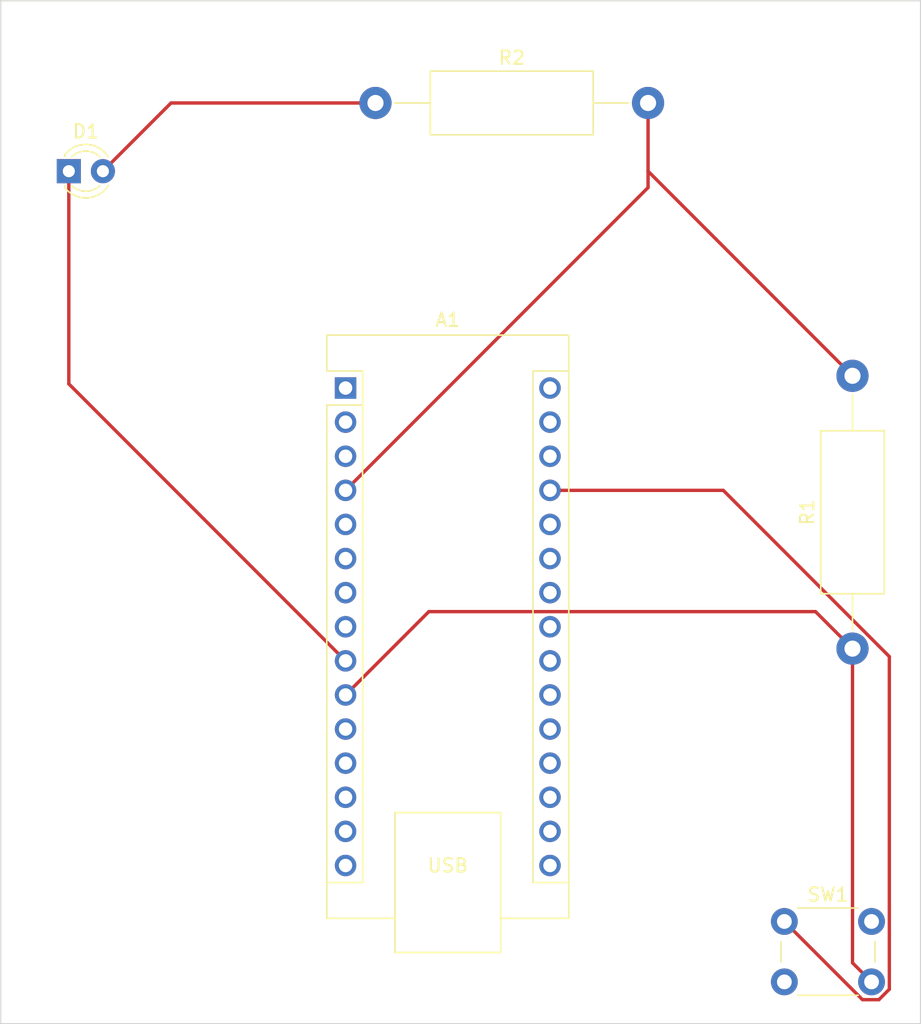
<source format=kicad_pcb>
(kicad_pcb (version 20221018) (generator pcbnew)
  (layers (0 "F.Cu" signal) (31 "B.Cu" signal) (34 "B.Paste" user) (35 "F.Paste" user) (36 "B.SilkS" user "B.Silkscreen") (37 "F.SilkS" user "F.Silkscreen") (38 "B.Mask" user) (39 "F.Mask" user) (44 "Edge.Cuts" user))
  (net 0 "")
  (net 4 "Net-(A1-GND-Pad4)")
  (net 9 "Net-(A1-D6)")
  (net 10 "Net-(A1-D7)")
  (net 27 "Net-(A1-+5V)")
  (net 31 "Net-(D1-A)")
  (footprint "Button_Switch_THT:SW_PUSH_6mm_H13mm" (layer "F.Cu") (at 160.02 96.52)
    (fp_text reference "SW1" (at 3.25 -2) (layer "F.SilkS"))
    (fp_text value "SW_Push")
    (fp_line (start -0.25 1.5) (end -0.25 3) (stroke (width 0.12)) (layer "F.SilkS"))
    (fp_line (start 1 5.5) (end 5.5 5.5) (stroke (width 0.12)) (layer "F.SilkS"))
    (fp_line (start 5.5 -1) (end 1 -1) (stroke (width 0.12)) (layer "F.SilkS"))
    (fp_line (start 6.75 3) (end 6.75 1.5) (stroke (width 0.12)) (layer "F.SilkS"))
    (pad "1" thru_hole circle (at 0 0 90) (size 2 2) (drill 1.1) (layers "*.Cu" "*.Mask") (net 27 "Net-(A1-+5V)"))
    (pad "1" thru_hole circle (at 6.5 0 90) (size 2 2) (drill 1.1) (layers "*.Cu" "*.Mask") (net 27 "Net-(A1-+5V)"))
    (pad "2" thru_hole circle (at 0 4.5 90) (size 2 2) (drill 1.1) (layers "*.Cu" "*.Mask") (net 10 "Net-(A1-D7)"))
    (pad "2" thru_hole circle (at 6.5 4.5 90) (size 2 2) (drill 1.1) (layers "*.Cu" "*.Mask") (net 10 "Net-(A1-D7)"))
  )
  (footprint "Resistor_THT:R_Axial_DIN0414_L11.9mm_D4.5mm_P20.32mm_Horizontal" (layer "F.Cu") (at 165.1 76.2 90)
    (fp_text reference "R1" (at 10.16 -3.37 90) (layer "F.SilkS"))
    (fp_text value "10k Ohms")
    (fp_line (start 1.44 0) (end 4.09 0) (stroke (width 0.12)) (layer "F.SilkS"))
    (fp_line (start 4.09 -2.37) (end 4.09 2.37) (stroke (width 0.12)) (layer "F.SilkS"))
    (fp_line (start 4.09 2.37) (end 16.23 2.37) (stroke (width 0.12)) (layer "F.SilkS"))
    (fp_line (start 16.23 -2.37) (end 4.09 -2.37) (stroke (width 0.12)) (layer "F.SilkS"))
    (fp_line (start 16.23 2.37) (end 16.23 -2.37) (stroke (width 0.12)) (layer "F.SilkS"))
    (fp_line (start 18.88 0) (end 16.23 0) (stroke (width 0.12)) (layer "F.SilkS"))
    (pad "1" thru_hole circle (at 0 0 90) (size 2.4 2.4) (drill 1.2) (layers "*.Cu" "*.Mask") (net 10 "Net-(A1-D7)"))
    (pad "2" thru_hole oval (at 20.32 0 90) (size 2.4 2.4) (drill 1.2) (layers "*.Cu" "*.Mask") (net 4 "Net-(A1-GND-Pad4)"))
  )
  (footprint "LED_THT:LED_D3.0mm_Clear" (layer "F.Cu") (at 106.68 40.64)
    (fp_text reference "D1" (at 1.27 -2.96) (layer "F.SilkS"))
    (fp_text value "LED")
    (fp_line (start -0.29 -1.236) (end -0.29 -1.08) (stroke (width 0.12)) (layer "F.SilkS"))
    (fp_line (start -0.29 1.08) (end -0.29 1.236) (stroke (width 0.12)) (layer "F.SilkS"))
    (fp_arc (start -0.29 -1.235516) (mid 1.366487 -1.987659) (end 2.942335 -1.078608) (stroke (width 0.12)) (layer "F.SilkS"))
    (fp_arc (start 0.229039 -1.08) (mid 1.270117 -1.5) (end 2.31113 -1.079837) (stroke (width 0.12)) (layer "F.SilkS"))
    (fp_arc (start 2.31113 1.079837) (mid 1.270117 1.5) (end 0.229039 1.08) (stroke (width 0.12)) (layer "F.SilkS"))
    (fp_arc (start 2.942335 1.078608) (mid 1.366487 1.987659) (end -0.29 1.235516) (stroke (width 0.12)) (layer "F.SilkS"))
    (pad "1" thru_hole rect (at 0 0) (size 1.8 1.8) (drill 0.9) (layers "*.Cu" "*.Mask") (net 9 "Net-(A1-D6)"))
    (pad "2" thru_hole circle (at 2.54 0) (size 1.8 1.8) (drill 0.9) (layers "*.Cu" "*.Mask") (net 31 "Net-(D1-A)"))
  )
  (footprint "Module:Arduino_Nano" (layer "F.Cu") (at 127.31 56.79)
    (fp_text reference "A1" (at 7.62 -5.08) (layer "F.SilkS"))
    (fp_text value "Arduino_Nano_v2.x")
    (fp_text user "USB" (at 7.62 35.56 unlocked) (layer "F.SilkS"))
    (fp_line (start -1.4 -3.94) (end -1.4 -1.27) (stroke (width 0.12)) (layer "F.SilkS"))
    (fp_line (start -1.4 1.27) (end -1.4 39.5) (stroke (width 0.12)) (layer "F.SilkS"))
    (fp_line (start -1.4 39.5) (end 3.68 39.5) (stroke (width 0.12)) (layer "F.SilkS"))
    (fp_line (start 1.27 -1.27) (end -1.4 -1.27) (stroke (width 0.12)) (layer "F.SilkS"))
    (fp_line (start 1.27 1.27) (end -1.4 1.27) (stroke (width 0.12)) (layer "F.SilkS"))
    (fp_line (start 1.27 1.27) (end 1.27 -1.27) (stroke (width 0.12)) (layer "F.SilkS"))
    (fp_line (start 1.27 1.27) (end 1.27 36.83) (stroke (width 0.12)) (layer "F.SilkS"))
    (fp_line (start 1.27 36.83) (end -1.4 36.83) (stroke (width 0.12)) (layer "F.SilkS"))
    (fp_line (start 3.68 31.62) (end 11.56 31.62) (stroke (width 0.12)) (layer "F.SilkS"))
    (fp_line (start 3.68 42.04) (end 3.68 31.62) (stroke (width 0.12)) (layer "F.SilkS"))
    (fp_line (start 11.56 31.62) (end 11.56 42.04) (stroke (width 0.12)) (layer "F.SilkS"))
    (fp_line (start 11.56 42.04) (end 3.68 42.04) (stroke (width 0.12)) (layer "F.SilkS"))
    (fp_line (start 13.97 -1.27) (end 13.97 36.83) (stroke (width 0.12)) (layer "F.SilkS"))
    (fp_line (start 13.97 -1.27) (end 16.64 -1.27) (stroke (width 0.12)) (layer "F.SilkS"))
    (fp_line (start 13.97 36.83) (end 16.64 36.83) (stroke (width 0.12)) (layer "F.SilkS"))
    (fp_line (start 16.64 -3.94) (end -1.4 -3.94) (stroke (width 0.12)) (layer "F.SilkS"))
    (fp_line (start 16.64 39.5) (end 11.56 39.5) (stroke (width 0.12)) (layer "F.SilkS"))
    (fp_line (start 16.64 39.5) (end 16.64 -3.94) (stroke (width 0.12)) (layer "F.SilkS"))
    (pad "1" thru_hole rect (at 0 0) (size 1.6 1.6) (drill 1) (layers "*.Cu" "*.Mask"))
    (pad "2" thru_hole oval (at 0 2.54) (size 1.6 1.6) (drill 1) (layers "*.Cu" "*.Mask"))
    (pad "3" thru_hole oval (at 0 5.08) (size 1.6 1.6) (drill 1) (layers "*.Cu" "*.Mask"))
    (pad "4" thru_hole oval (at 0 7.62) (size 1.6 1.6) (drill 1) (layers "*.Cu" "*.Mask") (net 4 "Net-(A1-GND-Pad4)"))
    (pad "5" thru_hole oval (at 0 10.16) (size 1.6 1.6) (drill 1) (layers "*.Cu" "*.Mask"))
    (pad "6" thru_hole oval (at 0 12.7) (size 1.6 1.6) (drill 1) (layers "*.Cu" "*.Mask"))
    (pad "7" thru_hole oval (at 0 15.24) (size 1.6 1.6) (drill 1) (layers "*.Cu" "*.Mask"))
    (pad "8" thru_hole oval (at 0 17.78) (size 1.6 1.6) (drill 1) (layers "*.Cu" "*.Mask"))
    (pad "9" thru_hole oval (at 0 20.32) (size 1.6 1.6) (drill 1) (layers "*.Cu" "*.Mask") (net 9 "Net-(A1-D6)"))
    (pad "10" thru_hole oval (at 0 22.86) (size 1.6 1.6) (drill 1) (layers "*.Cu" "*.Mask") (net 10 "Net-(A1-D7)"))
    (pad "11" thru_hole oval (at 0 25.4) (size 1.6 1.6) (drill 1) (layers "*.Cu" "*.Mask"))
    (pad "12" thru_hole oval (at 0 27.94) (size 1.6 1.6) (drill 1) (layers "*.Cu" "*.Mask"))
    (pad "13" thru_hole oval (at 0 30.48) (size 1.6 1.6) (drill 1) (layers "*.Cu" "*.Mask"))
    (pad "14" thru_hole oval (at 0 33.02) (size 1.6 1.6) (drill 1) (layers "*.Cu" "*.Mask"))
    (pad "15" thru_hole oval (at 0 35.56) (size 1.6 1.6) (drill 1) (layers "*.Cu" "*.Mask"))
    (pad "16" thru_hole oval (at 15.24 35.56) (size 1.6 1.6) (drill 1) (layers "*.Cu" "*.Mask"))
    (pad "17" thru_hole oval (at 15.24 33.02) (size 1.6 1.6) (drill 1) (layers "*.Cu" "*.Mask"))
    (pad "18" thru_hole oval (at 15.24 30.48) (size 1.6 1.6) (drill 1) (layers "*.Cu" "*.Mask"))
    (pad "19" thru_hole oval (at 15.24 27.94) (size 1.6 1.6) (drill 1) (layers "*.Cu" "*.Mask"))
    (pad "20" thru_hole oval (at 15.24 25.4) (size 1.6 1.6) (drill 1) (layers "*.Cu" "*.Mask"))
    (pad "21" thru_hole oval (at 15.24 22.86) (size 1.6 1.6) (drill 1) (layers "*.Cu" "*.Mask"))
    (pad "22" thru_hole oval (at 15.24 20.32) (size 1.6 1.6) (drill 1) (layers "*.Cu" "*.Mask"))
    (pad "23" thru_hole oval (at 15.24 17.78) (size 1.6 1.6) (drill 1) (layers "*.Cu" "*.Mask"))
    (pad "24" thru_hole oval (at 15.24 15.24) (size 1.6 1.6) (drill 1) (layers "*.Cu" "*.Mask"))
    (pad "25" thru_hole oval (at 15.24 12.7) (size 1.6 1.6) (drill 1) (layers "*.Cu" "*.Mask"))
    (pad "26" thru_hole oval (at 15.24 10.16) (size 1.6 1.6) (drill 1) (layers "*.Cu" "*.Mask"))
    (pad "27" thru_hole oval (at 15.24 7.62) (size 1.6 1.6) (drill 1) (layers "*.Cu" "*.Mask") (net 27 "Net-(A1-+5V)"))
    (pad "28" thru_hole oval (at 15.24 5.08) (size 1.6 1.6) (drill 1) (layers "*.Cu" "*.Mask"))
    (pad "29" thru_hole oval (at 15.24 2.54) (size 1.6 1.6) (drill 1) (layers "*.Cu" "*.Mask"))
    (pad "30" thru_hole oval (at 15.24 0) (size 1.6 1.6) (drill 1) (layers "*.Cu" "*.Mask"))
  )
  (footprint "Resistor_THT:R_Axial_DIN0414_L11.9mm_D4.5mm_P20.32mm_Horizontal" (layer "F.Cu") (at 129.54 35.56)
    (fp_text reference "R2" (at 10.16 -3.37) (layer "F.SilkS"))
    (fp_text value "330 Ohms")
    (fp_line (start 1.44 0) (end 4.09 0) (stroke (width 0.12)) (layer "F.SilkS"))
    (fp_line (start 4.09 -2.37) (end 4.09 2.37) (stroke (width 0.12)) (layer "F.SilkS"))
    (fp_line (start 4.09 2.37) (end 16.23 2.37) (stroke (width 0.12)) (layer "F.SilkS"))
    (fp_line (start 16.23 -2.37) (end 4.09 -2.37) (stroke (width 0.12)) (layer "F.SilkS"))
    (fp_line (start 16.23 2.37) (end 16.23 -2.37) (stroke (width 0.12)) (layer "F.SilkS"))
    (fp_line (start 18.88 0) (end 16.23 0) (stroke (width 0.12)) (layer "F.SilkS"))
    (pad "1" thru_hole circle (at 0 0) (size 2.4 2.4) (drill 1.2) (layers "*.Cu" "*.Mask") (net 31 "Net-(D1-A)"))
    (pad "2" thru_hole oval (at 20.32 0) (size 2.4 2.4) (drill 1.2) (layers "*.Cu" "*.Mask") (net 4 "Net-(A1-GND-Pad4)"))
  )
  (gr_rect (start 101.6 27.94) (end 170.18 104.14) (stroke (width 0.1)) (fill none) (layer "Edge.Cuts"))
  (segment (start 127.31 64.41) (end 149.86 41.86) (width 0.25) (layer "F.Cu") (net 4))
  (segment (start 152.4 43.18) (end 149.86 40.64) (width 0.25) (layer "F.Cu") (net 4))
  (segment (start 165.1 55.88) (end 152.4 43.18) (width 0.25) (layer "F.Cu") (net 4))
  (segment (start 149.86 41.86) (end 149.86 35.56) (width 0.25) (layer "F.Cu") (net 4))
  (segment (start 106.68 56.48) (end 106.68 40.64) (width 0.25) (layer "F.Cu") (net 9))
  (segment (start 127.31 77.11) (end 106.68 56.48) (width 0.25) (layer "F.Cu") (net 9))
  (segment (start 165.1 99.6) (end 166.52 101.02) (width 0.25) (layer "F.Cu") (net 10))
  (segment (start 162.345 73.445) (end 165.1 76.2) (width 0.25) (layer "F.Cu") (net 10))
  (segment (start 127.31 79.65) (end 133.515 73.445) (width 0.25) (layer "F.Cu") (net 10))
  (segment (start 165.1 76.2) (end 165.1 99.6) (width 0.25) (layer "F.Cu") (net 10))
  (segment (start 133.515 73.445) (end 162.345 73.445) (width 0.25) (layer "F.Cu") (net 10))
  (segment (start 142.55 64.41) (end 155.466676 64.41) (width 0.25) (layer "F.Cu") (net 27))
  (segment (start 167.845 76.788324) (end 167.845 101.568833) (width 0.25) (layer "F.Cu") (net 27))
  (segment (start 167.068833 102.345) (end 165.845 102.345) (width 0.25) (layer "F.Cu") (net 27))
  (segment (start 165.845 102.345) (end 160.02 96.52) (width 0.25) (layer "F.Cu") (net 27))
  (segment (start 167.845 101.568833) (end 167.068833 102.345) (width 0.25) (layer "F.Cu") (net 27))
  (segment (start 155.466676 64.41) (end 167.845 76.788324) (width 0.25) (layer "F.Cu") (net 27))
  (segment (start 114.3 35.56) (end 129.54 35.56) (width 0.25) (layer "F.Cu") (net 31))
  (segment (start 109.22 40.64) (end 114.3 35.56) (width 0.25) (layer "F.Cu") (net 31))
)
</source>
